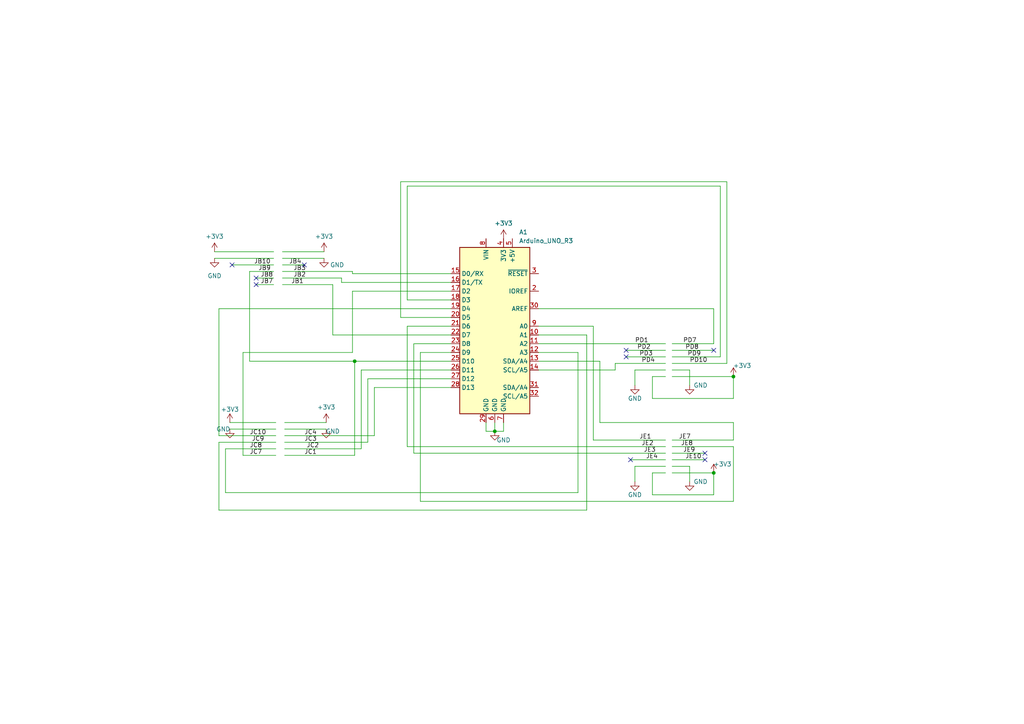
<source format=kicad_sch>
(kicad_sch (version 20230121) (generator eeschema)
  (paper "A4")
  (lib_symbols
    (symbol "MCU_Module:Arduino_UNO_R3"
      (property "Reference" "A" (at -10.16 23.495 0))
      (property "Value" "Arduino_UNO_R3" (at 5.08 -26.67 0))
      (symbol "Arduino_UNO_R3_0_1"
        (rectangle (start -10.16 22.86) (end 10.16 -25.4) (stroke (width 0.254)) (fill (type background)))
      )
      (symbol "Arduino_UNO_R3_1_1"
        (pin no_connect line (at -10.16 -20.32 0) (length 2.54) hide (name "NC") (number "1"))
        (pin bidirectional line (at 12.7 -2.54 180) (length 2.54) (name "A1") (number "10"))
        (pin bidirectional line (at 12.7 -5.08 180) (length 2.54) (name "A2") (number "11"))
        (pin bidirectional line (at 12.7 -7.62 180) (length 2.54) (name "A3") (number "12"))
        (pin bidirectional line (at 12.7 -10.16 180) (length 2.54) (name "SDA/A4") (number "13"))
        (pin bidirectional line (at 12.7 -12.7 180) (length 2.54) (name "SCL/A5") (number "14"))
        (pin bidirectional line (at -12.7 15.24 0) (length 2.54) (name "D0/RX") (number "15"))
        (pin bidirectional line (at -12.7 12.7 0) (length 2.54) (name "D1/TX") (number "16"))
        (pin bidirectional line (at -12.7 10.16 0) (length 2.54) (name "D2") (number "17"))
        (pin bidirectional line (at -12.7 7.62 0) (length 2.54) (name "D3") (number "18"))
        (pin bidirectional line (at -12.7 5.08 0) (length 2.54) (name "D4") (number "19"))
        (pin output line (at 12.7 10.16 180) (length 2.54) (name "IOREF") (number "2"))
        (pin bidirectional line (at -12.7 2.54 0) (length 2.54) (name "D5") (number "20"))
        (pin bidirectional line (at -12.7 0 0) (length 2.54) (name "D6") (number "21"))
        (pin bidirectional line (at -12.7 -2.54 0) (length 2.54) (name "D7") (number "22"))
        (pin bidirectional line (at -12.7 -5.08 0) (length 2.54) (name "D8") (number "23"))
        (pin bidirectional line (at -12.7 -7.62 0) (length 2.54) (name "D9") (number "24"))
        (pin bidirectional line (at -12.7 -10.16 0) (length 2.54) (name "D10") (number "25"))
        (pin bidirectional line (at -12.7 -12.7 0) (length 2.54) (name "D11") (number "26"))
        (pin bidirectional line (at -12.7 -15.24 0) (length 2.54) (name "D12") (number "27"))
        (pin bidirectional line (at -12.7 -17.78 0) (length 2.54) (name "D13") (number "28"))
        (pin power_in line (at -2.54 -27.94 90) (length 2.54) (name "GND") (number "29"))
        (pin input line (at 12.7 15.24 180) (length 2.54) (name "~{RESET}") (number "3"))
        (pin input line (at 12.7 5.08 180) (length 2.54) (name "AREF") (number "30"))
        (pin bidirectional line (at 12.7 -17.78 180) (length 2.54) (name "SDA/A4") (number "31"))
        (pin bidirectional line (at 12.7 -20.32 180) (length 2.54) (name "SCL/A5") (number "32"))
        (pin power_out line (at 2.54 25.4 270) (length 2.54) (name "3V3") (number "4"))
        (pin power_out line (at 5.08 25.4 270) (length 2.54) (name "+5V") (number "5"))
        (pin power_in line (at 0 -27.94 90) (length 2.54) (name "GND") (number "6"))
        (pin power_in line (at 2.54 -27.94 90) (length 2.54) (name "GND") (number "7"))
        (pin power_in line (at -2.54 25.4 270) (length 2.54) (name "VIN") (number "8"))
        (pin bidirectional line (at 12.7 0 180) (length 2.54) (name "A0") (number "9"))
      )
    )
    (symbol "power:+3V3" (power) (pin_names (offset 0))
      (property "Value" "+3V3" (at 0 3.556 0))
      (symbol "+3V3_0_1"
        (polyline (pts (xy -0.762 1.27) (xy 0 2.54)))
        (polyline (pts (xy 0 0) (xy 0 2.54)))
        (polyline (pts (xy 0 2.54) (xy 0.762 1.27)))
      )
      (symbol "+3V3_1_1"
        (pin power_in line (at 0 0 90) (length 0) hide (name "+3V3") (number "1"))
      )
    )
    (symbol "power:GND" (power) (pin_names (offset 0))
      (property "Value" "GND" (at 0 -3.81 0))
      (symbol "GND_0_1"
        (polyline (pts (xy 0 0) (xy 0 -1.27) (xy 1.27 -1.27) (xy 0 -2.54) (xy -1.27 -1.27) (xy 0 -1.27)))
      )
      (symbol "GND_1_1"
        (pin power_in line (at 0 0 270) (length 0) hide (name "GND") (number "1"))
      )
    )
  )
  (junction (at 212.725 109.22))
  (junction (at 102.87 104.775))
  (junction (at 207.01 137.16))
  (junction (at 143.51 125.095))
  (no_connect (at 74.295 82.55))
  (no_connect (at 207.01 101.6))
  (no_connect (at 204.47 133.35))
  (no_connect (at 182.88 133.35))
  (no_connect (at 74.295 80.645))
  (no_connect (at 88.265 76.835))
  (no_connect (at 67.31 76.835))
  (no_connect (at 181.61 101.6))
  (no_connect (at 181.61 103.505))
  (no_connect (at 204.47 131.445))
  (wire (pts (xy 67.31 76.835) (xy 79.375 76.835)))
  (wire (pts (xy 143.51 122.555) (xy 143.51 125.095)))
  (wire (pts (xy 194.945 133.35) (xy 204.47 133.35)))
  (wire (pts (xy 181.61 103.505) (xy 193.04 103.505)))
  (wire (pts (xy 194.945 103.505) (xy 208.915 103.505)))
  (wire (pts (xy 170.18 97.155) (xy 170.18 147.955)))
  (wire (pts (xy 189.23 137.16) (xy 189.23 143.51)))
  (wire (pts (xy 102.235 79.375) (xy 102.235 78.74)))
  (wire (pts (xy 82.55 128.27) (xy 106.68 128.27)))
  (wire (pts (xy 207.01 143.51) (xy 207.01 137.16)))
  (wire (pts (xy 82.55 126.365) (xy 108.585 126.365)))
  (wire (pts (xy 116.205 92.075) (xy 116.205 52.705)))
  (wire (pts (xy 172.085 127.635) (xy 193.04 127.635)))
  (wire (pts (xy 62.23 73.025) (xy 79.375 73.025)))
  (wire (pts (xy 156.21 107.315) (xy 178.435 107.315)))
  (wire (pts (xy 104.775 107.315) (xy 104.775 130.175)))
  (wire (pts (xy 66.675 122.555) (xy 80.01 122.555)))
  (wire (pts (xy 130.81 107.315) (xy 104.775 107.315)))
  (wire (pts (xy 184.15 139.7) (xy 184.15 135.255)))
  (wire (pts (xy 178.435 105.41) (xy 193.04 105.41)))
  (wire (pts (xy 184.15 135.255) (xy 193.04 135.255)))
  (wire (pts (xy 121.92 145.415) (xy 212.725 145.415)))
  (wire (pts (xy 194.945 99.695) (xy 207.01 99.695)))
  (wire (pts (xy 81.915 82.55) (xy 96.52 82.55)))
  (wire (pts (xy 118.11 94.615) (xy 118.11 129.54)))
  (wire (pts (xy 189.23 143.51) (xy 207.01 143.51)))
  (wire (pts (xy 167.64 102.235) (xy 167.64 142.875)))
  (wire (pts (xy 156.21 102.235) (xy 167.64 102.235)))
  (wire (pts (xy 194.945 101.6) (xy 207.01 101.6)))
  (wire (pts (xy 118.11 86.995) (xy 118.11 53.975)))
  (wire (pts (xy 130.81 89.535) (xy 63.5 89.535)))
  (wire (pts (xy 130.81 97.155) (xy 96.52 97.155)))
  (wire (pts (xy 208.915 53.975) (xy 208.915 103.505)))
  (wire (pts (xy 116.205 52.705) (xy 210.82 52.705)))
  (wire (pts (xy 72.39 104.775) (xy 72.39 78.74)))
  (wire (pts (xy 130.81 109.855) (xy 106.68 109.855)))
  (wire (pts (xy 102.235 84.455) (xy 102.235 102.235)))
  (wire (pts (xy 82.55 124.46) (xy 94.615 124.46)))
  (wire (pts (xy 63.5 126.365) (xy 80.01 126.365)))
  (wire (pts (xy 120.015 131.445) (xy 193.04 131.445)))
  (wire (pts (xy 63.5 128.27) (xy 80.01 128.27)))
  (wire (pts (xy 173.99 104.775) (xy 173.99 122.555)))
  (wire (pts (xy 66.675 124.46) (xy 80.01 124.46)))
  (wire (pts (xy 121.92 102.235) (xy 121.92 145.415)))
  (wire (pts (xy 181.61 101.6) (xy 193.04 101.6)))
  (wire (pts (xy 200.025 107.315) (xy 194.945 107.315)))
  (wire (pts (xy 106.68 109.855) (xy 106.68 128.27)))
  (wire (pts (xy 72.39 104.775) (xy 102.87 104.775)))
  (wire (pts (xy 189.23 115.57) (xy 212.725 115.57)))
  (wire (pts (xy 167.64 142.875) (xy 65.405 142.875)))
  (wire (pts (xy 130.81 102.235) (xy 121.92 102.235)))
  (wire (pts (xy 118.11 129.54) (xy 193.04 129.54)))
  (wire (pts (xy 184.15 111.76) (xy 184.15 107.315)))
  (wire (pts (xy 178.435 107.315) (xy 178.435 105.41)))
  (wire (pts (xy 130.81 81.915) (xy 99.06 81.915)))
  (wire (pts (xy 96.52 97.155) (xy 96.52 82.55)))
  (wire (pts (xy 82.55 130.175) (xy 104.775 130.175)))
  (wire (pts (xy 70.485 102.235) (xy 70.485 132.08)))
  (wire (pts (xy 194.945 131.445) (xy 204.47 131.445)))
  (wire (pts (xy 130.81 92.075) (xy 116.205 92.075)))
  (wire (pts (xy 65.405 142.875) (xy 65.405 130.175)))
  (wire (pts (xy 173.99 122.555) (xy 212.725 122.555)))
  (wire (pts (xy 70.485 132.08) (xy 80.01 132.08)))
  (wire (pts (xy 207.01 137.16) (xy 194.945 137.16)))
  (wire (pts (xy 200.025 135.255) (xy 194.945 135.255)))
  (wire (pts (xy 82.55 132.08) (xy 102.87 132.08)))
  (wire (pts (xy 207.01 89.535) (xy 207.01 99.695)))
  (wire (pts (xy 156.21 94.615) (xy 172.085 94.615)))
  (wire (pts (xy 140.97 125.095) (xy 143.51 125.095)))
  (wire (pts (xy 212.725 145.415) (xy 212.725 129.54)))
  (wire (pts (xy 194.945 129.54) (xy 212.725 129.54)))
  (wire (pts (xy 102.235 102.235) (xy 70.485 102.235)))
  (wire (pts (xy 130.81 79.375) (xy 102.235 79.375)))
  (wire (pts (xy 102.87 104.775) (xy 102.87 132.08)))
  (wire (pts (xy 194.945 105.41) (xy 210.82 105.41)))
  (wire (pts (xy 82.55 122.555) (xy 94.615 122.555)))
  (wire (pts (xy 99.06 81.915) (xy 99.06 80.645)))
  (wire (pts (xy 74.295 80.645) (xy 79.375 80.645)))
  (wire (pts (xy 146.05 125.095) (xy 146.05 122.555)))
  (wire (pts (xy 212.725 122.555) (xy 212.725 127.635)))
  (wire (pts (xy 170.18 147.955) (xy 63.5 147.955)))
  (wire (pts (xy 182.88 133.35) (xy 193.04 133.35)))
  (wire (pts (xy 156.21 89.535) (xy 207.01 89.535)))
  (wire (pts (xy 156.21 104.775) (xy 173.99 104.775)))
  (wire (pts (xy 81.915 74.93) (xy 93.98 74.93)))
  (wire (pts (xy 118.11 53.975) (xy 208.915 53.975)))
  (wire (pts (xy 130.81 84.455) (xy 102.235 84.455)))
  (wire (pts (xy 130.81 112.395) (xy 108.585 112.395)))
  (wire (pts (xy 74.295 82.55) (xy 79.375 82.55)))
  (wire (pts (xy 65.405 130.175) (xy 80.01 130.175)))
  (wire (pts (xy 140.97 122.555) (xy 140.97 125.095)))
  (wire (pts (xy 63.5 89.535) (xy 63.5 126.365)))
  (wire (pts (xy 130.81 104.775) (xy 102.87 104.775)))
  (wire (pts (xy 193.04 137.16) (xy 189.23 137.16)))
  (wire (pts (xy 81.915 73.025) (xy 93.98 73.025)))
  (wire (pts (xy 130.81 94.615) (xy 118.11 94.615)))
  (wire (pts (xy 210.82 52.705) (xy 210.82 105.41)))
  (wire (pts (xy 172.085 94.615) (xy 172.085 127.635)))
  (wire (pts (xy 62.23 74.93) (xy 79.375 74.93)))
  (wire (pts (xy 130.81 99.695) (xy 120.015 99.695)))
  (wire (pts (xy 130.81 86.995) (xy 118.11 86.995)))
  (wire (pts (xy 184.15 107.315) (xy 193.04 107.315)))
  (wire (pts (xy 156.21 97.155) (xy 170.18 97.155)))
  (wire (pts (xy 193.04 109.22) (xy 189.23 109.22)))
  (wire (pts (xy 212.725 109.22) (xy 194.945 109.22)))
  (wire (pts (xy 194.945 127.635) (xy 212.725 127.635)))
  (wire (pts (xy 189.23 109.22) (xy 189.23 115.57)))
  (wire (pts (xy 143.51 125.095) (xy 146.05 125.095)))
  (wire (pts (xy 81.915 78.74) (xy 102.235 78.74)))
  (wire (pts (xy 81.915 80.645) (xy 99.06 80.645)))
  (wire (pts (xy 72.39 78.74) (xy 79.375 78.74)))
  (wire (pts (xy 120.015 99.695) (xy 120.015 131.445)))
  (wire (pts (xy 212.725 115.57) (xy 212.725 109.22)))
  (wire (pts (xy 200.025 139.7) (xy 200.025 135.255)))
  (wire (pts (xy 81.915 76.835) (xy 88.265 76.835)))
  (wire (pts (xy 200.025 111.76) (xy 200.025 107.315)))
  (wire (pts (xy 156.21 99.695) (xy 193.04 99.695)))
  (wire (pts (xy 63.5 147.955) (xy 63.5 128.27)))
  (wire (pts (xy 108.585 112.395) (xy 108.585 126.365)))
  (label "JB1" (at 84.455 82.55 0))
  (label "JC7" (at 72.39 132.08 0))
  (label "JC10" (at 72.39 126.365 0))
  (label "JB10" (at 73.66 76.835 0))
  (label "JE1" (at 185.42 127.635 0))
  (label "JB3" (at 85.09 78.74 0))
  (label "JE8" (at 197.485 129.54 0))
  (label "PD9" (at 199.39 103.505 0))
  (label "PD4" (at 186.055 105.41 0))
  (label "JC8" (at 72.39 130.175 0))
  (label "JB8" (at 75.565 80.645 0))
  (label "PD7" (at 198.12 99.695 0))
  (label "JE3" (at 186.69 131.445 0))
  (label "PD3" (at 185.42 103.505 0))
  (label "JE2" (at 186.055 129.54 0))
  (label "PD1" (at 184.15 99.695 0))
  (label "PD10" (at 200.025 105.41 0))
  (label "JB7" (at 75.565 82.55 0))
  (label "JE4" (at 187.325 133.35 0))
  (label "JE10" (at 198.755 133.35 0))
  (label "JE9" (at 198.12 131.445 0))
  (label "JC3" (at 88.265 128.27 0))
  (label "JE7" (at 196.85 127.635 0))
  (label "PD8" (at 198.755 101.6 0))
  (label "JC2" (at 88.9 130.175 0))
  (label "JC1" (at 88.265 132.08 0))
  (label "JC9" (at 73.025 128.27 0))
  (label "JC4" (at 88.265 126.365 0))
  (label "JB2" (at 85.09 80.645 0))
  (label "JB4" (at 83.82 76.835 0))
  (label "PD2" (at 184.785 101.6 0))
  (label "JB9" (at 74.93 78.74 0))
  (symbol (lib_id "power:GND") (at 184.15 111.76 0) (unit 1)
    (property "Reference" "#PWR010" (effects hide))
    (property "Value" "GND" (at 184.15 115.57 0))
  )
  (symbol (lib_id "power:+3V3") (at 93.98 73.025 0) (unit 1)
    (property "Reference" "#PWR04" (effects hide))
    (property "Value" "+3V3" (at 93.98 68.58 0))
  )
  (symbol (lib_id "power:GND") (at 184.15 139.7 0) (unit 1)
    (property "Reference" "#PWR09" (effects hide))
    (property "Value" "GND" (at 184.15 143.51 0))
  )
  (symbol (lib_id "power:+3V3") (at 212.725 109.22 0) (unit 1)
    (property "Reference" "#PWR011" (effects hide))
    (property "Value" "+3V3" (at 215.265 106.045 0))
  )
  (symbol (lib_id "power:+3V3") (at 207.01 137.16 0) (unit 1)
    (property "Reference" "#PWR014" (effects hide))
    (property "Value" "+3V3" (at 209.55 134.62 0))
  )
  (symbol (lib_id "power:GND") (at 200.025 139.7 0) (unit 1)
    (property "Reference" "#PWR013" (effects hide))
    (property "Value" "GND" (at 203.2 139.7 0))
  )
  (symbol (lib_id "power:+3V3") (at 146.05 69.215 0) (unit 1)
    (property "Reference" "#PWR016" (effects hide))
    (property "Value" "+3V3" (at 146.05 64.77 0))
  )
  (symbol (lib_id "MCU_Module:Arduino_UNO_R3") (at 143.51 94.615 0) (unit 1)
    (property "Reference" "A1" (at 150.5459 67.31 0) (effects (justify left)))
    (property "Value" "Arduino_UNO_R3" (at 150.5459 69.85 0) (effects (justify left)))
    (property "Footprint" "Module:Arduino_UNO_R3" (effects hide))
    (property "Datasheet" "https://www.arduino.cc/en/Main/arduinoBoardUno" (effects hide))
  )
  (symbol (lib_id "power:+3V3") (at 62.23 73.025 0) (unit 1)
    (property "Reference" "#PWR03" (effects hide))
    (property "Value" "+3V3" (at 62.23 68.58 0))
  )
  (symbol (lib_id "power:GND") (at 62.23 74.93 0) (unit 1)
    (property "Reference" "#PWR02" (effects hide))
    (property "Value" "GND" (at 62.23 80.01 0))
  )
  (symbol (lib_id "power:GND") (at 94.615 124.46 0) (unit 1)
    (property "Reference" "#PWR06" (effects hide))
    (property "Value" "GND" (at 96.52 125.095 0))
  )
  (symbol (lib_id "power:GND") (at 66.675 124.46 0) (unit 1)
    (property "Reference" "#PWR08" (effects hide))
    (property "Value" "GND" (at 64.77 124.46 0))
  )
  (symbol (lib_id "power:+3V3") (at 94.615 122.555 0) (unit 1)
    (property "Reference" "#PWR07" (effects hide))
    (property "Value" "+3V3" (at 94.615 118.11 0))
  )
  (symbol (lib_id "power:GND") (at 93.98 74.93 0) (unit 1)
    (property "Reference" "#PWR01" (effects hide))
    (property "Value" "GND" (at 97.79 76.835 0))
  )
  (symbol (lib_id "power:GND") (at 200.025 111.76 0) (unit 1)
    (property "Reference" "#PWR012" (effects hide))
    (property "Value" "GND" (at 203.2 111.76 0))
  )
  (symbol (lib_id "power:+3V3") (at 66.675 122.555 0) (unit 1)
    (property "Reference" "#PWR05" (effects hide))
    (property "Value" "+3V3" (at 66.675 118.745 0))
  )
  (symbol (lib_id "power:GND") (at 143.51 125.095 0) (unit 1)
    (property "Reference" "#PWR015" (effects hide))
    (property "Value" "GND" (at 146.05 127.635 0))
  )
)
</source>
